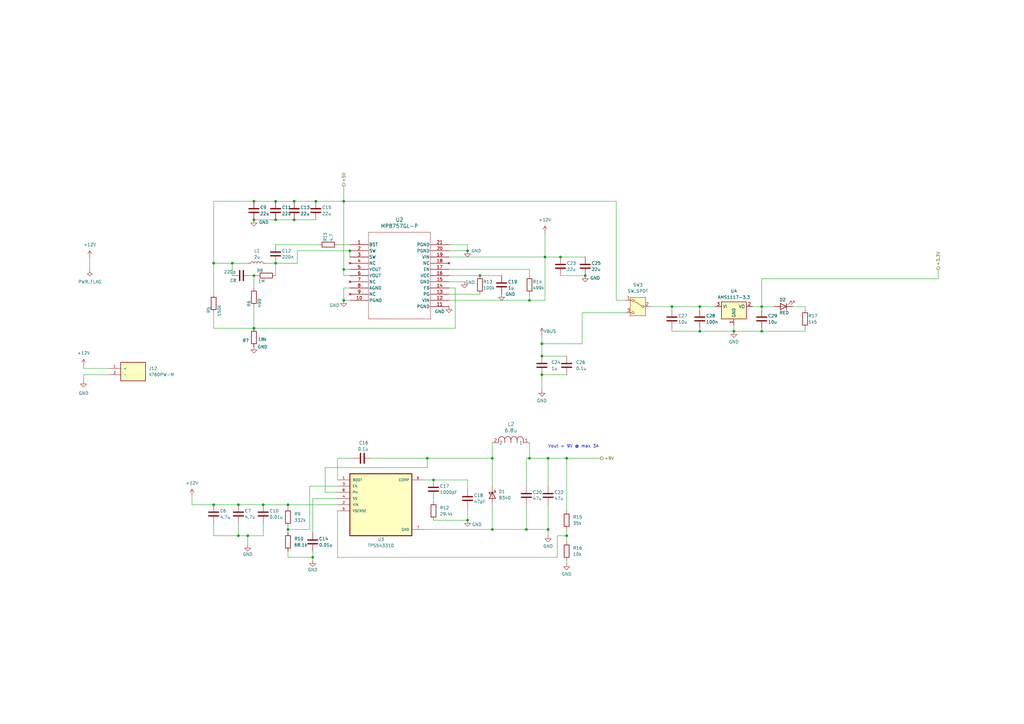
<source format=kicad_sch>
(kicad_sch (version 20250114) (generator "eeschema") (generator_version "9.0")
  (paper "A3")
  (lib_symbols
    (symbol "Device:C" (pin_numbers (hide yes)) (pin_names (offset 0.254))
      (property "Reference" "C" (at 0.635 2.54 0))
      (property "Value" "C" (at 0.635 -2.54 0))
      (symbol "C_0_1"
        (polyline (pts (xy -2.032 0.762) (xy 2.032 0.762)) (stroke (width 0.508)))
        (polyline (pts (xy -2.032 -0.762) (xy 2.032 -0.762)) (stroke (width 0.508)))
      )
      (symbol "C_1_1"
        (pin passive line (at 0 3.81 270) (length 2.794) (name "~") (number "1"))
        (pin passive line (at 0 -3.81 90) (length 2.794) (name "~") (number "2"))
      )
    )
    (symbol "Device:L" (pin_numbers (hide yes)) (pin_names (offset 1.016) (hide yes))
      (property "Reference" "L" (at -1.27 0 90))
      (property "Value" "L" (at 1.905 0 90))
      (symbol "L_0_1"
        (arc (start 0 2.54) (mid 0.6323 1.905) (end 0 1.27))
        (arc (start 0 1.27) (mid 0.6323 0.635) (end 0 0))
        (arc (start 0 0) (mid 0.6323 -0.635) (end 0 -1.27))
        (arc (start 0 -1.27) (mid 0.6323 -1.905) (end 0 -2.54))
      )
      (symbol "L_1_1"
        (pin passive line (at 0 3.81 270) (length 1.27) (name "1") (number "1"))
        (pin passive line (at 0 -3.81 90) (length 1.27) (name "2") (number "2"))
      )
    )
    (symbol "Device:R" (pin_numbers (hide yes)) (pin_names (offset 0))
      (property "Reference" "R" (at 2.032 0 90))
      (property "Value" "R" (at 0 0 90))
      (symbol "R_0_1"
        (rectangle (start -1.016 -2.54) (end 1.016 2.54) (stroke (width 0.254)))
      )
      (symbol "R_1_1"
        (pin passive line (at 0 3.81 270) (length 1.27) (name "~") (number "1"))
        (pin passive line (at 0 -3.81 90) (length 1.27) (name "~") (number "2"))
      )
    )
    (symbol "Diode:B340" (pin_numbers (hide yes)) (pin_names (offset 1.016) (hide yes))
      (property "Reference" "D" (at 0 2.54 0))
      (property "Value" "B340" (at 0 -2.54 0))
      (symbol "B340_0_1"
        (polyline (pts (xy -1.905 0.635) (xy -1.905 1.27) (xy -1.27 1.27) (xy -1.27 -1.27) (xy -0.635 -1.27) (xy -0.635 -0.635)) (stroke (width 0.254)))
        (polyline (pts (xy 1.27 1.27) (xy 1.27 -1.27) (xy -1.27 0) (xy 1.27 1.27)) (stroke (width 0.254)))
        (polyline (pts (xy 1.27 0) (xy -1.27 0)))
      )
      (symbol "B340_1_1"
        (pin passive line (at -3.81 0 0) (length 2.54) (name "K") (number "1"))
        (pin passive line (at 3.81 0 180) (length 2.54) (name "A") (number "2"))
      )
    )
    (symbol "GND_2" (power) (pin_numbers (hide yes)) (pin_names (offset 0) (hide yes))
      (property "Value" "GND" (at 0 -3.81 0))
      (symbol "GND_2_0_1"
        (polyline (pts (xy 0 0) (xy 0 -1.27) (xy 1.27 -1.27) (xy 0 -2.54) (xy -1.27 -1.27) (xy 0 -1.27)))
      )
      (symbol "GND_2_1_1"
        (pin power_in line (at 0 0 270) (length 0) (name "~") (number "1"))
      )
    )
    (symbol "GND_3" (power) (pin_numbers (hide yes)) (pin_names (offset 0) (hide yes))
      (property "Value" "GND" (at 0 -3.81 0))
      (symbol "GND_3_0_1"
        (polyline (pts (xy 0 0) (xy 0 -1.27) (xy 1.27 -1.27) (xy 0 -2.54) (xy -1.27 -1.27) (xy 0 -1.27)))
      )
      (symbol "GND_3_1_1"
        (pin power_in line (at 0 0 270) (length 0) (name "~") (number "1"))
      )
    )
    (symbol "GND_4" (power) (pin_numbers (hide yes)) (pin_names (offset 0) (hide yes))
      (property "Value" "GND" (at 0 -3.81 0))
      (symbol "GND_4_0_1"
        (polyline (pts (xy 0 0) (xy 0 -1.27) (xy 1.27 -1.27) (xy 0 -2.54) (xy -1.27 -1.27) (xy 0 -1.27)))
      )
      (symbol "GND_4_1_1"
        (pin power_in line (at 0 0 270) (length 0) (name "~") (number "1"))
      )
    )
    (symbol "LED_1" (pin_numbers (hide yes)) (pin_names (offset 1.016) (hide yes))
      (property "Reference" "D" (at 0 2.54 0))
      (property "Value" "LED" (at 0 -2.54 0))
      (symbol "LED_1_0_1"
        (polyline (pts (xy -3.048 -0.762) (xy -4.572 -2.286) (xy -3.81 -2.286) (xy -4.572 -2.286) (xy -4.572 -1.524)))
        (polyline (pts (xy -1.778 -0.762) (xy -3.302 -2.286) (xy -2.54 -2.286) (xy -3.302 -2.286) (xy -3.302 -1.524)))
        (polyline (pts (xy -1.27 0) (xy 1.27 0)))
        (polyline (pts (xy -1.27 -1.27) (xy -1.27 1.27)) (stroke (width 0.254)))
        (polyline (pts (xy 1.27 -1.27) (xy 1.27 1.27) (xy -1.27 0) (xy 1.27 -1.27)) (stroke (width 0.254)))
      )
      (symbol "LED_1_1_1"
        (pin passive line (at -3.81 0 0) (length 2.54) (name "K") (number "1"))
        (pin passive line (at 3.81 0 180) (length 2.54) (name "A") (number "2"))
      )
    )
    (symbol "Regulator_Linear:AMS1117-3.3"
      (property "Reference" "U" (at -3.81 3.175 0))
      (property "Value" "AMS1117-3.3" (at 0 3.175 0))
      (symbol "AMS1117-3.3_0_1"
        (rectangle (start -5.08 -5.08) (end 5.08 1.905) (stroke (width 0.254)) (fill (type background)))
      )
      (symbol "AMS1117-3.3_1_1"
        (pin power_in line (at -7.62 0 0) (length 2.54) (name "VI") (number "3"))
        (pin power_in line (at 0 -7.62 90) (length 2.54) (name "GND") (number "1"))
        (pin power_out line (at 7.62 0 180) (length 2.54) (name "VO") (number "2"))
      )
    )
    (symbol "SW_SPDT_1" (pin_names (offset 0) (hide yes))
      (property "Reference" "SW" (at 0 5.08 0))
      (property "Value" "SW_SPDT" (at 0 -5.08 0))
      (symbol "SW_SPDT_1_0_1"
        (circle (center -2.032 0) (radius 0.4572))
        (polyline (pts (xy -1.651 0.254) (xy 1.651 2.286)))
        (circle (center 2.032 2.54) (radius 0.4572))
        (circle (center 2.032 -2.54) (radius 0.4572))
      )
      (symbol "SW_SPDT_1_1_1"
        (rectangle (start -3.175 3.81) (end 3.175 -3.81) (fill (type background)))
        (pin passive line (at -5.08 0 0) (length 2.54) (name "B") (number "2"))
        (pin passive line (at 5.08 2.54 180) (length 2.54) (name "A") (number "1"))
        (pin passive line (at 5.08 -2.54 180) (length 2.54) (name "C") (number "3"))
      )
    )
    (symbol "XT60PW-M:XT60PW-M" (pin_names (offset 1.016))
      (property "Reference" "J" (at -5.08 5.7234 0))
      (property "Value" "XT60PW-M" (at -5.08 -5.0923 0))
      (symbol "XT60PW-M_0_0"
        (rectangle (start -5.08 -2.54) (end 5.08 5.08) (stroke (width 0.254)) (fill (type background)))
        (pin passive line (at -10.16 2.54 0) (length 5.08) (name "+") (number "1"))
        (pin passive line (at -10.16 0 0) (length 5.08) (name "-") (number "2"))
      )
    )
    (symbol "high power buck:MP8757GL-P" (pin_names (offset 0.254))
      (property "Reference" "U" (at 20.32 10.16 0))
      (property "Value" "MP8757GL-P" (at 20.32 7.62 0))
      (symbol "MP8757GL-P_0_1"
        (polyline (pts (xy 7.62 5.08) (xy 7.62 -30.48)) (stroke (width 0.127)))
        (polyline (pts (xy 7.62 -30.48) (xy 33.02 -30.48)) (stroke (width 0.127)))
        (polyline (pts (xy 33.02 5.08) (xy 7.62 5.08)) (stroke (width 0.127)))
        (polyline (pts (xy 33.02 -30.48) (xy 33.02 5.08)) (stroke (width 0.127)))
        (pin power_in line (at 0 0 0) (length 7.62) (name "BST") (number "1"))
        (pin output line (at 0 -2.54 0) (length 7.62) (name "SW") (number "2"))
        (pin output line (at 0 -5.08 0) (length 7.62) (name "SW") (number "3"))
        (pin no_connect line (at 0 -7.62 0) (length 7.62) (name "NC") (number "4"))
        (pin power_in line (at 0 -10.16 0) (length 7.62) (name "VOUT") (number "5"))
        (pin power_in line (at 0 -12.7 0) (length 7.62) (name "VOUT") (number "6"))
        (pin no_connect line (at 0 -15.24 0) (length 7.62) (name "NC") (number "7"))
        (pin power_in line (at 0 -17.78 0) (length 7.62) (name "AGND") (number "8"))
        (pin no_connect line (at 0 -20.32 0) (length 7.62) (name "NC") (number "9"))
        (pin power_in line (at 0 -22.86 0) (length 7.62) (name "PGND") (number "10"))
        (pin power_in line (at 40.64 0 180) (length 7.62) (name "PGND") (number "21"))
        (pin power_in line (at 40.64 -2.54 180) (length 7.62) (name "PGND") (number "20"))
        (pin power_in line (at 40.64 -5.08 180) (length 7.62) (name "VIN") (number "19"))
        (pin no_connect line (at 40.64 -7.62 180) (length 7.62) (name "NC") (number "18"))
        (pin input line (at 40.64 -10.16 180) (length 7.62) (name "EN") (number "17"))
        (pin power_in line (at 40.64 -12.7 180) (length 7.62) (name "VCC") (number "16"))
        (pin power_in line (at 40.64 -15.24 180) (length 7.62) (name "GND") (number "15"))
        (pin unspecified line (at 40.64 -17.78 180) (length 7.62) (name "FB") (number "14"))
        (pin output line (at 40.64 -20.32 180) (length 7.62) (name "PG") (number "13"))
        (pin power_in line (at 40.64 -22.86 180) (length 7.62) (name "VIN") (number "12"))
        (pin power_in line (at 40.64 -25.4 180) (length 7.62) (name "PGND") (number "11"))
      )
    )
    (symbol "mdp_symbols:CDRH103RNP-6R8NC-B" (pin_names (offset 0.254))
      (property "Reference" "L" (at 6.985 5.08 0))
      (property "Value" "CDRH103RNP-6R8NC-B" (at 6.985 -2.54 0))
      (symbol "CDRH103RNP-6R8NC-B_1_1"
        (polyline (pts (xy 2.54 0) (xy 2.54 1.27)) (stroke (width 0.2032)))
        (arc (start 2.54 1.27) (mid 3.81 2.5344) (end 5.08 1.27) (stroke (width 0.2032)))
        (polyline (pts (xy 5.08 0) (xy 5.08 1.27)) (stroke (width 0.2032)))
        (arc (start 5.08 1.27) (mid 6.35 2.5344) (end 7.62 1.27) (stroke (width 0.2032)))
        (polyline (pts (xy 7.62 0) (xy 7.62 1.27)) (stroke (width 0.2032)))
        (arc (start 7.62 1.27) (mid 8.89 2.5344) (end 10.16 1.27) (stroke (width 0.2032)))
        (polyline (pts (xy 10.16 0) (xy 10.16 1.27)) (stroke (width 0.2032)))
        (arc (start 10.16 1.27) (mid 11.43 2.5344) (end 12.7 1.27) (stroke (width 0.2032)))
        (polyline (pts (xy 12.7 0) (xy 12.7 1.27)) (stroke (width 0.2032)))
        (pin unspecified line (at 0 0 0) (length 2.54) (name "2") (number "2"))
        (pin unspecified line (at 15.24 0 180) (length 2.54) (name "1") (number "1"))
      )
      (symbol "CDRH103RNP-6R8NC-B_1_2"
        (arc (start -1.27 10.16) (mid -2.5344 11.43) (end -1.27 12.7) (stroke (width 0.2032)))
        (arc (start -1.27 7.62) (mid -2.5344 8.89) (end -1.27 10.16) (stroke (width 0.2032)))
        (arc (start -1.27 5.08) (mid -2.5344 6.35) (end -1.27 7.62) (stroke (width 0.2032)))
        (arc (start -1.27 2.54) (mid -2.5344 3.81) (end -1.27 5.08) (stroke (width 0.2032)))
        (polyline (pts (xy 0 12.7) (xy -1.27 12.7)) (stroke (width 0.2032)))
        (polyline (pts (xy 0 10.16) (xy -1.27 10.16)) (stroke (width 0.2032)))
        (polyline (pts (xy 0 7.62) (xy -1.27 7.62)) (stroke (width 0.2032)))
        (polyline (pts (xy 0 5.08) (xy -1.27 5.08)) (stroke (width 0.2032)))
        (polyline (pts (xy 0 2.54) (xy -1.27 2.54)) (stroke (width 0.2032)))
        (pin unspecified line (at 0 15.24 270) (length 2.54) (name "1") (number "1"))
        (pin unspecified line (at 0 0 90) (length 2.54) (name "2") (number "2"))
      )
    )
    (symbol "mdp_symbols:TPS54331D" (pin_names (offset 1.016))
      (property "Reference" "U" (at -12.7 13.7 0))
      (property "Value" "TPS54331D" (at -12.7 -16.7 0))
      (symbol "TPS54331D_0_0"
        (rectangle (start -12.7 -12.7) (end 12.7 12.7) (stroke (width 0.41)) (fill (type background)))
        (pin input line (at -17.78 10.16 0) (length 5.08) (name "BOOT") (number "1"))
        (pin input line (at -17.78 7.62 0) (length 5.08) (name "EN") (number "3"))
        (pin input line (at -17.78 5.08 0) (length 5.08) (name "PH") (number "8"))
        (pin input line (at -17.78 2.54 0) (length 5.08) (name "SS") (number "4"))
        (pin input line (at -17.78 0 0) (length 5.08) (name "VIN") (number "2"))
        (pin input line (at -17.78 -2.54 0) (length 5.08) (name "VSENSE") (number "5"))
        (pin output line (at 17.78 10.16 180) (length 5.08) (name "COMP") (number "6"))
        (pin power_in line (at 17.78 -10.16 180) (length 5.08) (name "GND") (number "7"))
      )
    )
    (symbol "power:+12V" (power) (pin_numbers (hide yes)) (pin_names (offset 0) (hide yes))
      (property "Value" "+12V" (at 0 3.556 0))
      (symbol "+12V_0_1"
        (polyline (pts (xy -0.762 1.27) (xy 0 2.54)))
        (polyline (pts (xy 0 2.54) (xy 0.762 1.27)))
        (polyline (pts (xy 0 0) (xy 0 2.54)))
      )
      (symbol "+12V_1_1"
        (pin power_in line (at 0 0 90) (length 0) (name "~") (number "1"))
      )
    )
    (symbol "power:PWR_FLAG" (power) (pin_numbers (hide yes)) (pin_names (offset 0) (hide yes))
      (property "Value" "PWR_FLAG" (at 0 3.81 0))
      (symbol "PWR_FLAG_0_0"
        (pin power_out line (at 0 0 90) (length 0) (name "pwr") (number "1"))
      )
      (symbol "PWR_FLAG_0_1"
        (polyline (pts (xy 0 0) (xy 0 1.27) (xy -1.016 1.905) (xy 0 2.54) (xy 1.016 1.905) (xy 0 1.27)))
      )
    )
    (symbol "power:VBUS" (power) (pin_numbers (hide yes)) (pin_names (offset 0) (hide yes))
      (property "Value" "VBUS" (at 0 3.556 0))
      (symbol "VBUS_0_1"
        (polyline (pts (xy -0.762 1.27) (xy 0 2.54)))
        (polyline (pts (xy 0 2.54) (xy 0.762 1.27)))
        (polyline (pts (xy 0 0) (xy 0 2.54)))
      )
      (symbol "VBUS_1_1"
        (pin power_in line (at 0 0 90) (length 0) (name "~") (number "1"))
      )
    )
  )
  (text "Vout = 9V @ max 3A" (at 235.204 183.134 0) (effects (font (size 1.27 1.27))))
  (junction (at 128.27 228.6))
  (junction (at 129.54 82.55))
  (junction (at 104.14 82.55))
  (junction (at 118.11 207.01))
  (junction (at 232.41 219.71))
  (junction (at 95.25 107.95))
  (junction (at 229.87 105.41))
  (junction (at 312.42 125.73))
  (junction (at 275.59 125.73))
  (junction (at 104.14 113.03))
  (junction (at 222.25 153.67))
  (junction (at 113.03 90.17))
  (junction (at 87.63 107.95))
  (junction (at 222.25 146.05))
  (junction (at 143.51 102.87))
  (junction (at 140.97 82.55))
  (junction (at 87.63 207.01))
  (junction (at 113.03 107.95))
  (junction (at 120.65 82.55))
  (junction (at 232.41 187.96))
  (junction (at 201.93 187.96))
  (junction (at 217.17 187.96))
  (junction (at 287.02 135.89))
  (junction (at 287.02 125.73))
  (junction (at 118.11 217.17))
  (junction (at 140.97 110.49))
  (junction (at 113.03 82.55))
  (junction (at 191.77 213.36))
  (junction (at 223.52 105.41))
  (junction (at 97.79 207.01))
  (junction (at 101.6 219.71))
  (junction (at 312.42 135.89))
  (junction (at 300.99 135.89))
  (junction (at 222.25 140.97))
  (junction (at 107.95 207.01))
  (junction (at 191.77 102.87))
  (junction (at 120.65 90.17))
  (junction (at 215.9 217.17))
  (junction (at 104.14 134.62))
  (junction (at 217.17 123.19))
  (junction (at 104.14 90.17))
  (junction (at 177.8 196.85))
  (junction (at 224.79 187.96))
  (junction (at 201.93 217.17))
  (junction (at 140.97 123.19))
  (junction (at 175.26 187.96))
  (junction (at 196.85 113.03))
  (junction (at 97.79 219.71))
  (junction (at 240.03 113.03))
  (junction (at 224.79 217.17))
  (wire (pts (xy 121.92 102.87) (xy 121.92 107.95)))
  (wire (pts (xy 191.77 196.85) (xy 177.8 196.85)))
  (wire (pts (xy 104.14 82.55) (xy 113.03 82.55)))
  (wire (pts (xy 101.6 219.71) (xy 107.95 219.71)))
  (wire (pts (xy 287.02 135.89) (xy 300.99 135.89)))
  (wire (pts (xy 113.03 90.17) (xy 120.65 90.17)))
  (wire (pts (xy 104.14 113.03) (xy 104.14 118.11)))
  (wire (pts (xy 104.14 125.73) (xy 104.14 134.62)))
  (wire (pts (xy 222.25 140.97) (xy 222.25 146.05)))
  (wire (pts (xy 229.87 105.41) (xy 240.03 105.41)))
  (wire (pts (xy 186.69 118.11) (xy 186.69 134.62)))
  (wire (pts (xy 184.15 120.65) (xy 196.85 120.65)))
  (wire (pts (xy 232.41 187.96) (xy 246.38 187.96)))
  (wire (pts (xy 312.42 135.89) (xy 300.99 135.89)))
  (wire (pts (xy 143.51 102.87) (xy 143.51 105.41)))
  (wire (pts (xy 217.17 120.65) (xy 217.17 123.19)))
  (wire (pts (xy 36.83 110.49) (xy 36.83 105.41)))
  (wire (pts (xy 384.81 110.49) (xy 384.81 114.3)))
  (wire (pts (xy 113.03 100.33) (xy 130.81 100.33)))
  (wire (pts (xy 222.25 153.67) (xy 232.41 153.67)))
  (wire (pts (xy 140.97 118.11) (xy 140.97 123.19)))
  (wire (pts (xy 102.87 113.03) (xy 104.14 113.03)))
  (wire (pts (xy 140.97 110.49) (xy 140.97 82.55)))
  (wire (pts (xy 215.9 217.17) (xy 224.79 217.17)))
  (wire (pts (xy 177.8 213.36) (xy 191.77 213.36)))
  (wire (pts (xy 138.43 100.33) (xy 143.51 100.33)))
  (wire (pts (xy 224.79 199.39) (xy 224.79 187.96)))
  (wire (pts (xy 287.02 134.62) (xy 287.02 135.89)))
  (wire (pts (xy 300.99 133.35) (xy 300.99 135.89)))
  (wire (pts (xy 275.59 134.62) (xy 275.59 135.89)))
  (wire (pts (xy 138.43 196.85) (xy 138.43 187.96)))
  (wire (pts (xy 87.63 219.71) (xy 97.79 219.71)))
  (wire (pts (xy 275.59 135.89) (xy 287.02 135.89)))
  (wire (pts (xy 201.93 199.39) (xy 201.93 187.96)))
  (wire (pts (xy 173.99 217.17) (xy 201.93 217.17)))
  (wire (pts (xy 109.22 107.95) (xy 113.03 107.95)))
  (wire (pts (xy 229.87 113.03) (xy 240.03 113.03)))
  (wire (pts (xy 118.11 207.01) (xy 138.43 207.01)))
  (wire (pts (xy 101.6 219.71) (xy 101.6 223.52)))
  (wire (pts (xy 118.11 208.28) (xy 118.11 207.01)))
  (wire (pts (xy 118.11 215.9) (xy 118.11 217.17)))
  (wire (pts (xy 312.42 125.73) (xy 312.42 114.3)))
  (wire (pts (xy 78.74 207.01) (xy 87.63 207.01)))
  (wire (pts (xy 217.17 181.61) (xy 217.17 187.96)))
  (wire (pts (xy 143.51 118.11) (xy 140.97 118.11)))
  (wire (pts (xy 222.25 153.67) (xy 222.25 160.02)))
  (wire (pts (xy 275.59 125.73) (xy 287.02 125.73)))
  (wire (pts (xy 177.8 204.47) (xy 177.8 205.74)))
  (wire (pts (xy 78.74 203.2) (xy 78.74 207.01)))
  (wire (pts (xy 184.15 123.19) (xy 217.17 123.19)))
  (wire (pts (xy 217.17 110.49) (xy 217.17 113.03)))
  (wire (pts (xy 128.27 228.6) (xy 128.27 229.87)))
  (wire (pts (xy 120.65 82.55) (xy 129.54 82.55)))
  (wire (pts (xy 275.59 125.73) (xy 275.59 127)))
  (wire (pts (xy 138.43 209.55) (xy 138.43 228.6)))
  (wire (pts (xy 97.79 219.71) (xy 101.6 219.71)))
  (wire (pts (xy 184.15 100.33) (xy 191.77 100.33)))
  (wire (pts (xy 184.15 110.49) (xy 217.17 110.49)))
  (wire (pts (xy 87.63 107.95) (xy 95.25 107.95)))
  (wire (pts (xy 232.41 217.17) (xy 232.41 219.71)))
  (wire (pts (xy 44.45 153.67) (xy 34.29 153.67)))
  (wire (pts (xy 232.41 219.71) (xy 232.41 222.25)))
  (wire (pts (xy 140.97 82.55) (xy 129.54 82.55)))
  (wire (pts (xy 184.15 102.87) (xy 191.77 102.87)))
  (wire (pts (xy 191.77 208.28) (xy 191.77 213.36)))
  (wire (pts (xy 252.73 123.19) (xy 256.54 123.19)))
  (wire (pts (xy 138.43 187.96) (xy 144.78 187.96)))
  (wire (pts (xy 325.12 125.73) (xy 330.2 125.73)))
  (wire (pts (xy 223.52 123.19) (xy 217.17 123.19)))
  (wire (pts (xy 223.52 95.25) (xy 223.52 105.41)))
  (wire (pts (xy 191.77 100.33) (xy 191.77 102.87)))
  (wire (pts (xy 152.4 187.96) (xy 175.26 187.96)))
  (wire (pts (xy 222.25 140.97) (xy 238.76 140.97)))
  (wire (pts (xy 95.25 113.03) (xy 95.25 107.95)))
  (wire (pts (xy 184.15 105.41) (xy 223.52 105.41)))
  (wire (pts (xy 121.92 107.95) (xy 113.03 107.95)))
  (wire (pts (xy 97.79 214.63) (xy 97.79 219.71)))
  (wire (pts (xy 143.51 102.87) (xy 121.92 102.87)))
  (wire (pts (xy 232.41 187.96) (xy 224.79 187.96)))
  (wire (pts (xy 87.63 128.27) (xy 87.63 134.62)))
  (wire (pts (xy 138.43 204.47) (xy 128.27 204.47)))
  (wire (pts (xy 133.35 201.93) (xy 133.35 191.77)))
  (wire (pts (xy 287.02 125.73) (xy 293.37 125.73)))
  (wire (pts (xy 127 199.39) (xy 127 217.17)))
  (wire (pts (xy 184.15 118.11) (xy 186.69 118.11)))
  (wire (pts (xy 138.43 228.6) (xy 228.6 228.6)))
  (wire (pts (xy 215.9 187.96) (xy 217.17 187.96)))
  (wire (pts (xy 87.63 134.62) (xy 104.14 134.62)))
  (wire (pts (xy 175.26 187.96) (xy 175.26 191.77)))
  (wire (pts (xy 140.97 123.19) (xy 143.51 123.19)))
  (wire (pts (xy 95.25 107.95) (xy 101.6 107.95)))
  (wire (pts (xy 118.11 217.17) (xy 127 217.17)))
  (wire (pts (xy 113.03 82.55) (xy 120.65 82.55)))
  (wire (pts (xy 215.9 187.96) (xy 215.9 199.39)))
  (wire (pts (xy 175.26 187.96) (xy 201.93 187.96)))
  (wire (pts (xy 232.41 229.87) (xy 232.41 231.14)))
  (wire (pts (xy 34.29 153.67) (xy 34.29 156.21)))
  (wire (pts (xy 104.14 90.17) (xy 113.03 90.17)))
  (wire (pts (xy 120.65 90.17) (xy 129.54 90.17)))
  (wire (pts (xy 143.51 110.49) (xy 140.97 110.49)))
  (wire (pts (xy 191.77 200.66) (xy 191.77 196.85)))
  (wire (pts (xy 140.97 76.2) (xy 140.97 82.55)))
  (wire (pts (xy 223.52 105.41) (xy 223.52 123.19)))
  (wire (pts (xy 222.25 146.05) (xy 232.41 146.05)))
  (wire (pts (xy 87.63 120.65) (xy 87.63 107.95)))
  (wire (pts (xy 201.93 207.01) (xy 201.93 217.17)))
  (wire (pts (xy 238.76 128.27) (xy 256.54 128.27)))
  (wire (pts (xy 118.11 217.17) (xy 118.11 218.44)))
  (wire (pts (xy 107.95 207.01) (xy 118.11 207.01)))
  (wire (pts (xy 87.63 82.55) (xy 104.14 82.55)))
  (wire (pts (xy 87.63 214.63) (xy 87.63 219.71)))
  (wire (pts (xy 34.29 149.86) (xy 34.29 151.13)))
  (wire (pts (xy 127 199.39) (xy 138.43 199.39)))
  (wire (pts (xy 217.17 187.96) (xy 224.79 187.96)))
  (wire (pts (xy 232.41 209.55) (xy 232.41 187.96)))
  (wire (pts (xy 87.63 207.01) (xy 97.79 207.01)))
  (wire (pts (xy 215.9 207.01) (xy 215.9 217.17)))
  (wire (pts (xy 140.97 110.49) (xy 140.97 113.03)))
  (wire (pts (xy 312.42 134.62) (xy 312.42 135.89)))
  (wire (pts (xy 118.11 228.6) (xy 128.27 228.6)))
  (wire (pts (xy 118.11 226.06) (xy 118.11 228.6)))
  (wire (pts (xy 224.79 217.17) (xy 224.79 219.71)))
  (wire (pts (xy 312.42 135.89) (xy 330.2 135.89)))
  (wire (pts (xy 312.42 125.73) (xy 317.5 125.73)))
  (wire (pts (xy 252.73 82.55) (xy 252.73 123.19)))
  (wire (pts (xy 138.43 201.93) (xy 133.35 201.93)))
  (wire (pts (xy 308.61 125.73) (xy 312.42 125.73)))
  (wire (pts (xy 196.85 113.03) (xy 205.74 113.03)))
  (wire (pts (xy 104.14 113.03) (xy 105.41 113.03)))
  (wire (pts (xy 266.7 125.73) (xy 275.59 125.73)))
  (wire (pts (xy 222.25 137.16) (xy 222.25 140.97)))
  (wire (pts (xy 128.27 204.47) (xy 128.27 218.44)))
  (wire (pts (xy 140.97 82.55) (xy 252.73 82.55)))
  (wire (pts (xy 184.15 115.57) (xy 190.5 115.57)))
  (wire (pts (xy 224.79 207.01) (xy 224.79 217.17)))
  (wire (pts (xy 223.52 105.41) (xy 229.87 105.41)))
  (wire (pts (xy 133.35 191.77) (xy 175.26 191.77)))
  (wire (pts (xy 97.79 207.01) (xy 107.95 207.01)))
  (wire (pts (xy 104.14 134.62) (xy 186.69 134.62)))
  (wire (pts (xy 228.6 228.6) (xy 228.6 219.71)))
  (wire (pts (xy 128.27 226.06) (xy 128.27 228.6)))
  (wire (pts (xy 312.42 114.3) (xy 384.81 114.3)))
  (wire (pts (xy 201.93 217.17) (xy 215.9 217.17)))
  (wire (pts (xy 140.97 113.03) (xy 143.51 113.03)))
  (wire (pts (xy 238.76 140.97) (xy 238.76 128.27)))
  (wire (pts (xy 173.99 196.85) (xy 177.8 196.85)))
  (wire (pts (xy 201.93 181.61) (xy 201.93 187.96)))
  (wire (pts (xy 34.29 151.13) (xy 44.45 151.13)))
  (wire (pts (xy 228.6 219.71) (xy 232.41 219.71)))
  (wire (pts (xy 287.02 125.73) (xy 287.02 127)))
  (wire (pts (xy 107.95 219.71) (xy 107.95 214.63)))
  (wire (pts (xy 312.42 125.73) (xy 312.42 127)))
  (wire (pts (xy 113.03 107.95) (xy 113.03 113.03)))
  (wire (pts (xy 330.2 134.62) (xy 330.2 135.89)))
  (wire (pts (xy 87.63 107.95) (xy 87.63 82.55)))
  (wire (pts (xy 330.2 125.73) (xy 330.2 127)))
  (wire (pts (xy 184.15 113.03) (xy 196.85 113.03)))
  (hierarchical_label "+9V" (shape output) (at 246.38 187.96 0))
  (hierarchical_label "+5V" (shape output) (at 140.97 76.2 90))
  (hierarchical_label "+3.3V" (shape output) (at 384.81 110.49 90))
  (symbol (lib_name "GND_4") (lib_id "power:GND") (at 224.79 219.71 0) (unit 1)
    (property "Reference" "#PWR053" (effects (hide yes)))
    (property "Value" "GND" (at 224.79 224.028 0))
    (property "Description" "Power symbol creates a global label with name \"GND\" , ground" (effects (hide yes)))
  )
  (symbol (lib_id "Device:R") (at 330.2 130.81 0) (unit 1)
    (property "Reference" "R17" (at 331.47 129.54 0) (effects (justify left)))
    (property "Value" "1k5" (at 331.47 132.08 0) (effects (justify left)))
    (property "Footprint" "Resistor_SMD:R_0603_1608Metric" (effects (hide yes)))
  )
  (symbol (lib_id "Device:C") (at 107.95 210.82 0) (unit 1)
    (property "Reference" "C10" (at 110.49 209.55 0) (effects (justify left)))
    (property "Value" "0.01u" (at 110.49 212.09 0) (effects (justify left)))
    (property "Footprint" "Capacitor_SMD:C_0402_1005Metric" (effects (hide yes)))
  )
  (symbol (lib_id "Device:C") (at 87.63 210.82 0) (unit 1)
    (property "Reference" "C6" (at 90.17 209.55 0) (effects (justify left)))
    (property "Value" "4.7u" (at 90.17 212.09 0) (effects (justify left)))
    (property "Footprint" "Capacitor_SMD:C_0805_2012Metric" (effects (hide yes)))
  )
  (symbol (lib_id "Device:C") (at 232.41 149.86 0) (unit 1)
    (property "Reference" "C26" (at 236.22 148.5899 0) (effects (justify left)))
    (property "Value" "0.1u" (at 236.22 151.1299 0) (effects (justify left)))
    (property "Footprint" "Capacitor_SMD:C_0603_1608Metric" (effects (hide yes)))
    (property "Description" "Unpolarized capacitor" (effects (hide yes)))
  )
  (symbol (lib_id "Device:C") (at 148.59 187.96 90) (unit 1)
    (property "Reference" "C16" (at 151.13 181.61 90) (effects (justify left)))
    (property "Value" "0.1u" (at 151.13 184.15 90) (effects (justify left)))
    (property "Footprint" "Capacitor_SMD:C_0603_1608Metric" (effects (hide yes)))
  )
  (symbol (lib_id "Device:C") (at 224.79 203.2 0) (unit 1)
    (property "Reference" "C22" (at 227.33 201.93 0) (effects (justify left)))
    (property "Value" "47u" (at 227.33 204.47 0) (effects (justify left)))
    (property "Footprint" "Capacitor_SMD:C_1206_3216Metric" (effects (hide yes)))
  )
  (symbol (lib_id "Device:R") (at 109.22 113.03 90) (unit 1)
    (property "Reference" "R8" (at 107.95 110.998 90) (effects (justify left)))
    (property "Value" "1M" (at 108.712 115.316 90) (effects (justify left)))
    (property "Footprint" "Resistor_SMD:R_0805_2012Metric" (effects (hide yes)))
  )
  (symbol (lib_id "mdp_symbols:CDRH103RNP-6R8NC-B") (at 201.93 181.61 0) (unit 1)
    (property "Reference" "L2" (at 209.55 173.99 0) (effects (font (size 1.524 1.524))))
    (property "Value" "6.8u" (at 209.55 176.53 0) (effects (font (size 1.524 1.524))))
    (property "Footprint" "Inductor_SMD:L_0603_1608Metric" (effects (hide yes)))
    (property "Datasheet" "CDRH103RNP-6R8NC-B" (effects (hide yes)))
  )
  (symbol (lib_id "Device:C") (at 99.06 113.03 90) (unit 1)
    (property "Reference" "C8" (at 97.028 115.062 90) (effects (justify left)))
    (property "Value" "220p" (at 96.774 111.506 90) (effects (justify left)))
    (property "Footprint" "Capacitor_SMD:C_0805_2012Metric" (effects (hide yes)))
  )
  (symbol (lib_name "GND_4") (lib_id "power:GND") (at 222.25 160.02 0) (unit 1)
    (property "Reference" "#PWR055" (effects (hide yes)))
    (property "Value" "GND" (at 222.25 164.338 0))
    (property "Description" "Power symbol creates a global label with name \"GND\" , ground" (effects (hide yes)))
  )
  (symbol (lib_id "Device:C") (at 177.8 200.66 0) (unit 1)
    (property "Reference" "C17" (at 180.34 199.39 0) (effects (justify left)))
    (property "Value" "1000pF" (at 180.34 201.93 0) (effects (justify left)))
    (property "Footprint" "Capacitor_SMD:C_0603_1608Metric" (effects (hide yes)))
  )
  (symbol (lib_id "power:+12V") (at 223.52 95.25 0) (unit 1)
    (property "Reference" "#PWR052" (effects (hide yes)))
    (property "Value" "+12V" (at 223.52 90.17 0))
    (property "Description" "Power symbol creates a global label with name \"+12V\"" (effects (hide yes)))
  )
  (symbol (lib_id "power:+12V") (at 36.83 105.41 0) (unit 1)
    (property "Reference" "#PWR040" (effects (hide yes)))
    (property "Value" "+12V" (at 36.83 100.33 0))
    (property "Description" "Power symbol creates a global label with name \"+12V\"" (effects (hide yes)))
  )
  (symbol (lib_id "power:+12V") (at 34.29 149.86 0) (unit 1)
    (property "Reference" "#PWR037" (effects (hide yes)))
    (property "Value" "+12V" (at 34.29 144.78 0))
    (property "Description" "Power symbol creates a global label with name \"+12V\"" (effects (hide yes)))
  )
  (symbol (lib_id "Device:R") (at 232.41 226.06 0) (unit 1)
    (property "Reference" "R16" (at 234.95 224.7899 0) (effects (justify left)))
    (property "Value" "10k" (at 234.95 227.3299 0) (effects (justify left)))
    (property "Footprint" "Resistor_SMD:R_0603_1608Metric" (effects (hide yes)))
  )
  (symbol (lib_id "mdp_symbols:TPS54331D") (at 156.21 207.01 0) (unit 1)
    (property "Reference" "U3" (at 156.21 221.234 0))
    (property "Value" "TPS54331D" (at 156.21 223.774 0))
    (property "Footprint" "CarteDiem_parts:SOIC127P599X175-8N" (effects (hide yes)))
    (property "MF" "Texas Instruments" (effects (hide yes)))
    (property "Description_1" "3.5V to 28V Input, 3A, 570kHz Step-Down Converter with Eco-mode" (effects (hide yes)))
    (property "Package" "SOIC-8 Texas Instruments" (effects (hide yes)))
    (property "Price" "None" (effects (hide yes)))
    (property "SnapEDA_Link" "https://www.snapeda.com/parts/TPS54331D/Texas+Instruments/view-part/?ref=snap" (effects (hide yes)))
    (property "MP" "TPS54331D" (effects (hide yes)))
    (property "Availability" "In Stock" (effects (hide yes)))
    (property "Check_prices" "https://www.snapeda.com/parts/TPS54331D/Texas+Instruments/view-part/?ref=eda" (effects (hide yes)))
  )
  (symbol (lib_id "Device:L") (at 105.41 107.95 90) (unit 1)
    (property "Reference" "L1" (at 105.41 102.87 90))
    (property "Value" "2u" (at 105.41 105.41 90))
    (property "Footprint" "Inductor_SMD:L_0603_1608Metric" (effects (hide yes)))
    (property "Description" "Inductor" (effects (hide yes)))
  )
  (symbol (lib_name "GND_3") (lib_id "power:GND") (at 104.14 142.24 0) (unit 1)
    (property "Reference" "#PWR043" (effects (hide yes)))
    (property "Value" "GND" (at 107.696 142.24 0))
    (property "Description" "Power symbol creates a global label with name \"GND\" , ground" (effects (hide yes)))
  )
  (symbol (lib_name "SW_SPDT_1") (lib_id "Switch:SW_SPDT") (at 261.62 125.73 0) (mirror y) (unit 1)
    (property "Reference" "SW3" (at 261.62 116.84 0))
    (property "Value" "SW_SPDT" (at 261.62 119.38 0))
    (property "Footprint" "Button_Switch_SMD:SW_SPDT_PCM12" (effects (hide yes)))
    (property "Description" "Switch, single pole double throw" (effects (hide yes)))
  )
  (symbol (lib_name "GND_3") (lib_id "power:GND") (at 205.74 120.65 0) (unit 1)
    (property "Reference" "#PWR050" (effects (hide yes)))
    (property "Value" "GND" (at 209.296 120.65 0))
    (property "Description" "Power symbol creates a global label with name \"GND\" , ground" (effects (hide yes)))
  )
  (symbol (lib_id "Device:C") (at 229.87 109.22 0) (unit 1)
    (property "Reference" "C23" (at 232.41 107.95 0) (effects (justify left)))
    (property "Value" "22u" (at 232.41 110.49 0) (effects (justify left)))
    (property "Footprint" "Capacitor_SMD:C_1210_3225Metric" (effects (hide yes)))
  )
  (symbol (lib_name "GND_2") (lib_id "power:GND") (at 128.27 229.87 0) (unit 1)
    (property "Reference" "#PWR044" (effects (hide yes)))
    (property "Value" "GND" (at 128.27 233.68 0))
    (property "Description" "Power symbol creates a global label with name \"GND\" , ground" (effects (hide yes)))
  )
  (symbol (lib_id "Device:C") (at 97.79 210.82 0) (unit 1)
    (property "Reference" "C7" (at 100.33 209.55 0) (effects (justify left)))
    (property "Value" "4.7u" (at 100.33 212.09 0) (effects (justify left)))
    (property "Footprint" "Capacitor_SMD:C_0805_2012Metric" (effects (hide yes)))
  )
  (symbol (lib_name "GND_3") (lib_id "power:GND") (at 191.77 102.87 0) (unit 1)
    (property "Reference" "#PWR048" (effects (hide yes)))
    (property "Value" "GND" (at 195.326 102.87 0))
    (property "Description" "Power symbol creates a global label with name \"GND\" , ground" (effects (hide yes)))
  )
  (symbol (lib_id "Device:C") (at 205.74 116.84 0) (unit 1)
    (property "Reference" "C19" (at 208.28 115.57 0) (effects (justify left)))
    (property "Value" "1u" (at 208.28 118.11 0) (effects (justify left)))
    (property "Footprint" "Capacitor_SMD:C_0603_1608Metric" (effects (hide yes)))
  )
  (symbol (lib_name "GND_3") (lib_id "power:GND") (at 190.5 115.57 0) (unit 1)
    (property "Reference" "#PWR047" (effects (hide yes)))
    (property "Value" "GND" (at 192.786 115.824 0))
    (property "Description" "Power symbol creates a global label with name \"GND\" , ground" (effects (hide yes)))
  )
  (symbol (lib_id "Device:R") (at 104.14 138.43 180) (unit 1)
    (property "Reference" "R7" (at 102.108 139.7 0) (effects (justify left)))
    (property "Value" "18k" (at 109.474 139.192 0) (effects (justify left)))
    (property "Footprint" "Resistor_SMD:R_0603_1608Metric" (effects (hide yes)))
  )
  (symbol (lib_name "GND_2") (lib_id "power:GND") (at 101.6 223.52 0) (unit 1)
    (property "Reference" "#PWR041" (effects (hide yes)))
    (property "Value" "GND" (at 101.6 227.33 0))
    (property "Description" "Power symbol creates a global label with name \"GND\" , ground" (effects (hide yes)))
  )
  (symbol (lib_id "Device:C") (at 129.54 86.36 0) (unit 1)
    (property "Reference" "C15" (at 132.08 85.09 0) (effects (justify left)))
    (property "Value" "22u" (at 132.08 87.63 0) (effects (justify left)))
    (property "Footprint" "Capacitor_SMD:C_0805_2012Metric" (effects (hide yes)))
  )
  (symbol (lib_id "Device:R") (at 177.8 209.55 0) (unit 1)
    (property "Reference" "R12" (at 180.34 208.2799 0) (effects (justify left)))
    (property "Value" "29.4k" (at 180.34 210.8199 0) (effects (justify left)))
    (property "Footprint" "Resistor_SMD:R_0603_1608Metric" (effects (hide yes)))
  )
  (symbol (lib_id "Device:C") (at 240.03 109.22 0) (unit 1)
    (property "Reference" "C25" (at 242.57 107.95 0) (effects (justify left)))
    (property "Value" "22u" (at 242.57 110.49 0) (effects (justify left)))
    (property "Footprint" "Capacitor_SMD:C_1210_3225Metric" (effects (hide yes)))
  )
  (symbol (lib_id "Device:C") (at 104.14 86.36 0) (unit 1)
    (property "Reference" "C9" (at 106.68 85.09 0) (effects (justify left)))
    (property "Value" "22u" (at 106.68 87.63 0) (effects (justify left)))
    (property "Footprint" "Capacitor_SMD:C_1210_3225Metric" (effects (hide yes)))
  )
  (symbol (lib_name "LED_1") (lib_id "Device:LED") (at 321.31 125.73 180) (unit 1)
    (property "Reference" "D2" (at 322.326 122.936 0) (effects (justify left)))
    (property "Value" "RED" (at 323.596 128.27 0) (effects (justify left)))
    (property "Footprint" "LED_SMD:LED_0603_1608Metric" (effects (hide yes)))
    (property "Description" "Light emitting diode" (effects (hide yes)))
    (property "Sim.Pins" "1=K 2=A" (effects (hide yes)))
  )
  (symbol (lib_id "Device:C") (at 275.59 130.81 0) (unit 1)
    (property "Reference" "C27" (at 278.13 129.54 0) (effects (justify left)))
    (property "Value" "10u" (at 278.13 132.08 0) (effects (justify left)))
    (property "Footprint" "Capacitor_SMD:C_0805_2012Metric" (effects (hide yes)))
  )
  (symbol (lib_id "Device:R") (at 118.11 222.25 0) (unit 1)
    (property "Reference" "R10" (at 120.65 220.9799 0) (effects (justify left)))
    (property "Value" "68.1k" (at 120.65 223.5199 0) (effects (justify left)))
    (property "Footprint" "Resistor_SMD:R_0805_2012Metric" (effects (hide yes)))
  )
  (symbol (lib_id "Device:R") (at 87.63 124.46 180) (unit 1)
    (property "Reference" "R5" (at 85.598 125.73 90) (effects (justify left)))
    (property "Value" "150k" (at 89.916 124.968 90) (effects (justify left)))
    (property "Footprint" "Resistor_SMD:R_0603_1608Metric" (effects (hide yes)))
  )
  (symbol (lib_id "Device:C") (at 128.27 222.25 0) (unit 1)
    (property "Reference" "C14" (at 130.81 220.98 0) (effects (justify left)))
    (property "Value" "0.01u" (at 130.81 223.52 0) (effects (justify left)))
    (property "Footprint" "Capacitor_SMD:C_0402_1005Metric" (effects (hide yes)))
  )
  (symbol (lib_name "GND_4") (lib_id "power:GND") (at 300.99 135.89 0) (unit 1)
    (property "Reference" "#PWR057" (effects (hide yes)))
    (property "Value" "GND" (at 300.99 140.208 0))
    (property "Description" "Power symbol creates a global label with name \"GND\" , ground" (effects (hide yes)))
  )
  (symbol (lib_id "Regulator_Linear:AMS1117-3.3") (at 300.99 125.73 0) (unit 1) (exclude_from_sim yes)
    (property "Reference" "U4" (at 300.99 119.38 0))
    (property "Value" "AMS1117-3.3" (at 300.99 121.92 0))
    (property "Footprint" "Package_TO_SOT_SMD:SOT-223-3_TabPin2" (effects (hide yes)))
    (property "Datasheet" "http://www.advanced-monolithic.com/pdf/ds1117.pdf" (effects (hide yes)))
    (property "Description" "1A Low Dropout regulator, positive, 3.3V fixed output, SOT-223" (effects (hide yes)))
  )
  (symbol (lib_name "GND_3") (lib_id "power:GND") (at 140.97 123.19 0) (unit 1)
    (property "Reference" "#PWR045" (effects (hide yes)))
    (property "Value" "GND" (at 137.16 125.222 0))
    (property "Description" "Power symbol creates a global label with name \"GND\" , ground" (effects (hide yes)))
  )
  (symbol (lib_id "Device:R") (at 217.17 116.84 0) (unit 1)
    (property "Reference" "R14" (at 218.44 115.57 0) (effects (justify left)))
    (property "Value" "499k" (at 218.44 118.11 0) (effects (justify left)))
    (property "Footprint" "Resistor_SMD:R_0603_1608Metric" (effects (hide yes)))
  )
  (symbol (lib_id "power:VBUS") (at 222.25 137.16 0) (unit 1)
    (property "Reference" "#PWR051" (effects (hide yes)))
    (property "Value" "VBUS" (at 225.552 135.89 0))
    (property "Description" "Power symbol creates a global label with name \"VBUS\"" (effects (hide yes)))
  )
  (symbol (lib_id "Device:C") (at 120.65 86.36 0) (unit 1)
    (property "Reference" "C13" (at 123.19 85.09 0) (effects (justify left)))
    (property "Value" "22u" (at 123.19 87.63 0) (effects (justify left)))
    (property "Footprint" "Capacitor_SMD:C_1210_3225Metric" (effects (hide yes)))
  )
  (symbol (lib_id "Device:R") (at 104.14 121.92 180) (unit 1)
    (property "Reference" "R6" (at 102.108 123.19 90) (effects (justify left)))
    (property "Value" "499" (at 106.426 122.428 90) (effects (justify left)))
    (property "Footprint" "Resistor_SMD:R_0603_1608Metric" (effects (hide yes)))
  )
  (symbol (lib_id "power:+12V") (at 78.74 203.2 0) (unit 1)
    (property "Reference" "#PWR039" (effects (hide yes)))
    (property "Value" "+12V" (at 78.74 198.12 0))
    (property "Description" "Power symbol creates a global label with name \"+12V\"" (effects (hide yes)))
  )
  (symbol (lib_id "XT60PW-M:XT60PW-M") (at 54.61 153.67 0) (unit 1)
    (property "Reference" "J12" (at 60.96 151.1299 0) (effects (justify left)))
    (property "Value" "XT60PW-M" (at 60.96 153.6699 0) (effects (justify left)))
    (property "Footprint" "Connector_AMASS:AMASS_XT60IPW-M_1x03_P7.20mm_Horizontal" (effects (hide yes)))
    (property "MF" "AMASS" (effects (hide yes)))
    (property "MAXIMUM_PACKAGE_HEIGHT" "8.4 mm" (effects (hide yes)))
    (property "Package" "Package" (effects (hide yes)))
    (property "Price" "None" (effects (hide yes)))
    (property "Check_prices" "https://www.snapeda.com/parts/XT60PW-M/AMASS/view-part/?ref=eda" (effects (hide yes)))
    (property "STANDARD" "Manufacturer recommendations" (effects (hide yes)))
    (property "PARTREV" "V1.2" (effects (hide yes)))
    (property "SnapEDA_Link" "https://www.snapeda.com/parts/XT60PW-M/AMASS/view-part/?ref=snap" (effects (hide yes)))
    (property "MP" "XT60PW-M" (effects (hide yes)))
    (property "Description_1" "Socket, DC supply, male, PIN: 2" (effects (hide yes)))
    (property "Availability" "Not in stock" (effects (hide yes)))
    (property "MANUFACTURER" "AMASS" (effects (hide yes)))
  )
  (symbol (lib_name "GND_3") (lib_id "power:GND") (at 34.29 156.21 0) (unit 1)
    (property "Reference" "#PWR038" (effects (hide yes)))
    (property "Value" "GND" (at 34.29 161.29 0))
    (property "Description" "Power symbol creates a global label with name \"GND\" , ground" (effects (hide yes)))
  )
  (symbol (lib_id "power:PWR_FLAG") (at 36.83 110.49 180) (unit 1)
    (property "Reference" "#FLG04" (effects (hide yes)))
    (property "Value" "PWR_FLAG" (at 36.83 115.57 0))
    (property "Description" "Special symbol for telling ERC where power comes from" (effects (hide yes)))
  )
  (symbol (lib_name "GND_4") (lib_id "power:GND") (at 232.41 231.14 0) (unit 1)
    (property "Reference" "#PWR054" (effects (hide yes)))
    (property "Value" "GND" (at 232.41 235.458 0))
    (property "Description" "Power symbol creates a global label with name \"GND\" , ground" (effects (hide yes)))
  )
  (symbol (lib_id "Device:R") (at 134.62 100.33 90) (unit 1)
    (property "Reference" "R11" (at 133.35 99.06 0) (effects (justify left)))
    (property "Value" "4.7" (at 135.89 99.06 0) (effects (justify left)))
    (property "Footprint" "Resistor_SMD:R_0805_2012Metric" (effects (hide yes)))
  )
  (symbol (lib_name "GND_4") (lib_id "power:GND") (at 191.77 213.36 0) (unit 1)
    (property "Reference" "#PWR049" (effects (hide yes)))
    (property "Value" "GND" (at 195.58 215.138 0))
    (property "Description" "Power symbol creates a global label with name \"GND\" , ground" (effects (hide yes)))
  )
  (symbol (lib_id "high power buck:MP8757GL-P") (at 143.51 100.33 0) (unit 1)
    (property "Reference" "U2" (at 163.83 90.17 0) (effects (font (size 1.524 1.524))))
    (property "Value" "MP8757GL-P" (at 163.83 92.71 0) (effects (font (size 1.524 1.524))))
    (property "Footprint" "CarteDiem_parts:SO14_DIO" (effects (hide yes)))
    (property "Datasheet" "MP8757GL-P" (effects (hide yes)))
  )
  (symbol (lib_id "Device:C") (at 113.03 86.36 0) (unit 1)
    (property "Reference" "C11" (at 115.57 85.09 0) (effects (justify left)))
    (property "Value" "22u" (at 115.57 87.63 0) (effects (justify left)))
    (property "Footprint" "Capacitor_SMD:C_1210_3225Metric" (effects (hide yes)))
  )
  (symbol (lib_id "Diode:B340") (at 201.93 203.2 270) (unit 1)
    (property "Reference" "D1" (at 204.47 201.6124 90) (effects (justify left)))
    (property "Value" "B340" (at 204.47 204.1524 90) (effects (justify left)))
    (property "Footprint" "Diode_SMD:D_SMC" (effects (hide yes)))
    (property "Datasheet" "http://www.jameco.com/Jameco/Products/ProdDS/1538777.pdf" (effects (hide yes)))
  )
  (symbol (lib_id "Device:R") (at 232.41 213.36 0) (unit 1)
    (property "Reference" "R15" (at 234.95 212.0899 0) (effects (justify left)))
    (property "Value" "35k" (at 234.95 214.6299 0) (effects (justify left)))
    (property "Footprint" "Resistor_SMD:R_0603_1608Metric" (effects (hide yes)))
  )
  (symbol (lib_name "GND_3") (lib_id "power:GND") (at 184.15 125.73 0) (unit 1)
    (property "Reference" "#PWR046" (effects (hide yes)))
    (property "Value" "GND" (at 180.34 127.762 0))
    (property "Description" "Power symbol creates a global label with name \"GND\" , ground" (effects (hide yes)))
  )
  (symbol (lib_id "Device:C") (at 113.03 104.14 0) (unit 1)
    (property "Reference" "C12" (at 115.57 102.87 0) (effects (justify left)))
    (property "Value" "220n" (at 115.57 105.41 0) (effects (justify left)))
    (property "Footprint" "Capacitor_SMD:C_0805_2012Metric" (effects (hide yes)))
  )
  (symbol (lib_name "GND_3") (lib_id "power:GND") (at 240.03 113.03 0) (unit 1)
    (property "Reference" "#PWR056" (effects (hide yes)))
    (property "Value" "GND" (at 244.094 114.046 0))
    (property "Description" "Power symbol creates a global label with name \"GND\" , ground" (effects (hide yes)))
  )
  (symbol (lib_id "Device:C") (at 191.77 204.47 0) (unit 1)
    (property "Reference" "C18" (at 194.31 203.2 0) (effects (justify left)))
    (property "Value" "47pF" (at 194.31 205.74 0) (effects (justify left)))
    (property "Footprint" "Capacitor_SMD:C_0603_1608Metric" (effects (hide yes)))
  )
  (symbol (lib_name "GND_3") (lib_id "power:GND") (at 104.14 90.17 0) (unit 1)
    (property "Reference" "#PWR042" (effects (hide yes)))
    (property "Value" "GND" (at 108.204 91.186 0))
    (property "Description" "Power symbol creates a global label with name \"GND\" , ground" (effects (hide yes)))
  )
  (symbol (lib_id "Device:C") (at 215.9 203.2 0) (unit 1)
    (property "Reference" "C20" (at 218.44 201.93 0) (effects (justify left)))
    (property "Value" "47u" (at 218.44 204.47 0) (effects (justify left)))
    (property "Footprint" "Capacitor_SMD:C_1210_3225Metric" (effects (hide yes)))
  )
  (symbol (lib_id "Device:R") (at 196.85 116.84 0) (unit 1)
    (property "Reference" "R13" (at 198.12 115.57 0) (effects (justify left)))
    (property "Value" "100k" (at 198.12 118.11 0) (effects (justify left)))
    (property "Footprint" "Resistor_SMD:R_0603_1608Metric" (effects (hide yes)))
  )
  (symbol (lib_id "Device:C") (at 287.02 130.81 0) (unit 1)
    (property "Reference" "C28" (at 289.56 129.54 0) (effects (justify left)))
    (property "Value" "100n" (at 289.56 132.08 0) (effects (justify left)))
    (property "Footprint" "Capacitor_SMD:C_0805_2012Metric" (effects (hide yes)))
  )
  (symbol (lib_id "Device:C") (at 222.25 149.86 0) (unit 1)
    (property "Reference" "C24" (at 226.06 148.5899 0) (effects (justify left)))
    (property "Value" "1u" (at 226.06 151.1299 0) (effects (justify left)))
    (property "Footprint" "Capacitor_SMD:C_0603_1608Metric" (effects (hide yes)))
    (property "Description" "Unpolarized capacitor" (effects (hide yes)))
  )
  (symbol (lib_id "Device:R") (at 118.11 212.09 0) (unit 1)
    (property "Reference" "R9" (at 120.65 210.8199 0) (effects (justify left)))
    (property "Value" "332k" (at 120.65 213.3599 0) (effects (justify left)))
    (property "Footprint" "Resistor_SMD:R_0805_2012Metric" (effects (hide yes)))
  )
  (symbol (lib_id "Device:C") (at 312.42 130.81 0) (unit 1)
    (property "Reference" "C29" (at 314.96 129.54 0) (effects (justify left)))
    (property "Value" "10u" (at 314.96 132.08 0) (effects (justify left)))
    (property "Footprint" "Capacitor_SMD:C_0805_2012Metric" (effects (hide yes)))
  )
)
</source>
